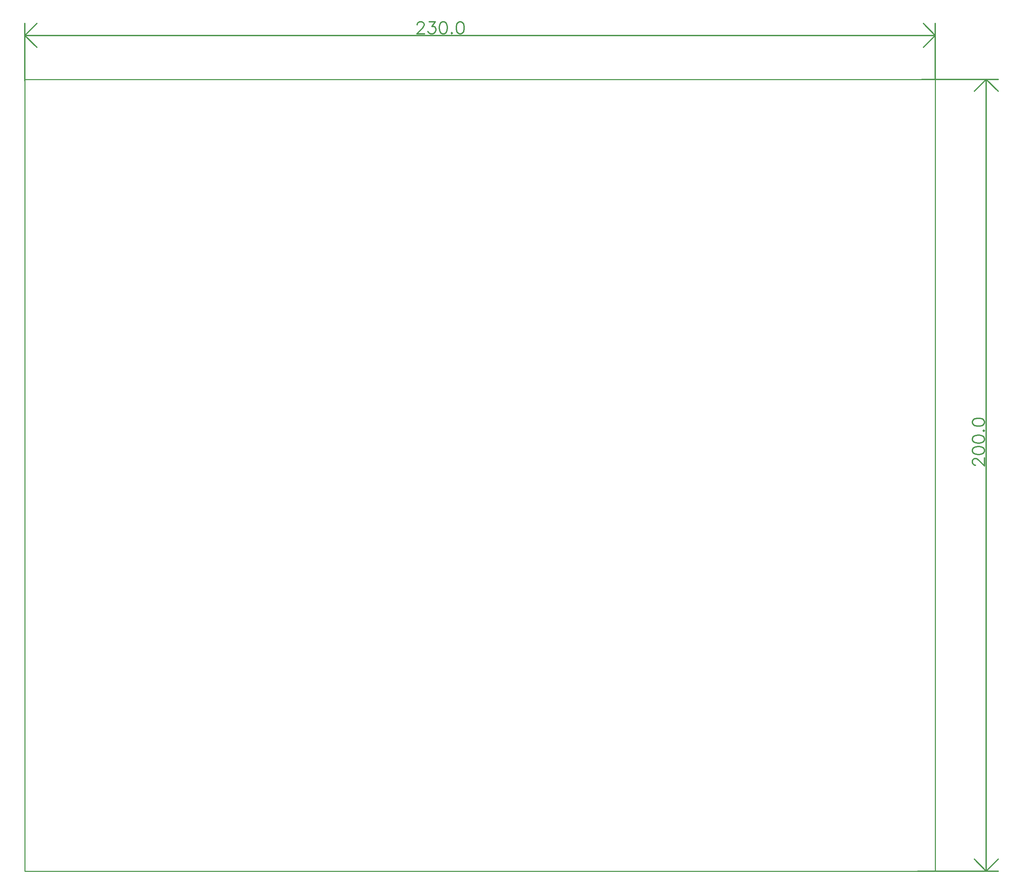
<source format=gbr>
G04 CAM350 V10.1.0 (Build 363) Date:  Fri Feb 19 12:51:18 2016 *
G04 Database: E:\my prjs\IO_Experiment_Faculta\Gerber\IO_Experiment_Board.cam *
G04 Layer 1: BDO.gbr *
%FSLAX24Y24*%
%MOIN*%
%SFA1.000B1.000*%

%MIA0B0*%
%IPPOS*%
%ADD10C,0.01000*%
%ADD117C,0.01181*%
%ADD118C,0.01181*%
%LNBDO.gbr*%
%LPD*%
G54D10*
X2450Y3050D02*
G01Y81790D01*
X93001*
Y3050*
X2450*
G54D117*
G01X41479Y87226D02*
Y87282D01*
X41535Y87394D01*
X41591Y87451D01*
X41704Y87507D01*
X41929D01*
X42041Y87451D01*
X42097Y87394D01*
X42154Y87282D01*
Y87169D01*
X42097Y87057D01*
X41985Y86888D01*
X41422Y86326D01*
X42210D01*
X42660Y87507D02*
X43278D01*
X42941Y87057D01*
X43110D01*
X43222Y87001D01*
X43278Y86944D01*
X43335Y86776D01*
Y86663D01*
X43278Y86494D01*
X43166Y86382D01*
X42997Y86326D01*
X42828D01*
X42660Y86382D01*
X42603Y86438D01*
X42547Y86551D01*
X44010Y87507D02*
X43841Y87451D01*
X43728Y87282D01*
X43672Y87001D01*
Y86832D01*
X43728Y86551D01*
X43841Y86382D01*
X44010Y86326D01*
X44122D01*
X44291Y86382D01*
X44403Y86551D01*
X44460Y86832D01*
Y87001D01*
X44403Y87282D01*
X44291Y87451D01*
X44122Y87507D01*
X44010D01*
X44909Y86438D02*
X44853Y86382D01*
X44909Y86326D01*
X44966Y86382D01*
X44909Y86438D01*
X45697Y87507D02*
X45528Y87451D01*
X45416Y87282D01*
X45359Y87001D01*
Y86832D01*
X45416Y86551D01*
X45528Y86382D01*
X45697Y86326D01*
X45809D01*
X45978Y86382D01*
X46091Y86551D01*
X46147Y86832D01*
Y87001D01*
X46091Y87282D01*
X45978Y87451D01*
X45809Y87507D01*
X45697D01*
X2450Y81630D02*
G01Y87327D01*
X93001Y81760D02*
G01Y87327D01*
X2450Y86146D02*
G01X3631Y87327D01*
X2450Y86146*
X3631Y84965*
X2450Y86146*
X93001*
X91820Y87327*
X93001Y86146*
X91820Y84965*
X93001Y86146*
G54D118*
G01X96995Y43416D02*
X96939D01*
X96826Y43472D01*
X96770Y43528D01*
X96714Y43641D01*
Y43866D01*
X96770Y43978D01*
X96826Y44034D01*
X96939Y44091D01*
X97051D01*
X97164Y44034D01*
X97332Y43922D01*
X97895Y43359D01*
Y44147D01*
X96714Y44822D02*
X96770Y44653D01*
X96939Y44540D01*
X97220Y44484D01*
X97389D01*
X97670Y44540D01*
X97839Y44653D01*
X97895Y44822D01*
Y44934D01*
X97839Y45103D01*
X97670Y45215D01*
X97389Y45272D01*
X97220D01*
X96939Y45215D01*
X96770Y45103D01*
X96714Y44934D01*
Y44822D01*
Y45947D02*
X96770Y45778D01*
X96939Y45665D01*
X97220Y45609D01*
X97389D01*
X97670Y45665D01*
X97839Y45778D01*
X97895Y45947D01*
Y46059D01*
X97839Y46228D01*
X97670Y46340D01*
X97389Y46397D01*
X97220D01*
X96939Y46340D01*
X96770Y46228D01*
X96714Y46059D01*
Y45947D01*
X97782Y46846D02*
X97839Y46790D01*
X97895Y46846D01*
X97839Y46903D01*
X97782Y46846D01*
X96714Y47634D02*
X96770Y47465D01*
X96939Y47353D01*
X97220Y47296D01*
X97389D01*
X97670Y47353D01*
X97839Y47465D01*
X97895Y47634D01*
Y47746D01*
X97839Y47915D01*
X97670Y48028D01*
X97389Y48084D01*
X97220D01*
X96939Y48028D01*
X96770Y47915D01*
X96714Y47746D01*
Y47634D01*
X91654Y81790D02*
G01X99256D01*
X91268Y3050D02*
G01X99256D01*
X98075Y81790D02*
G01X99256Y80609D01*
X98075Y81790*
X96894Y80609*
X98075Y81790*
Y3050*
X99256Y4231*
X98075Y3050*
X96894Y4231*
X98075Y3050*
M02*

</source>
